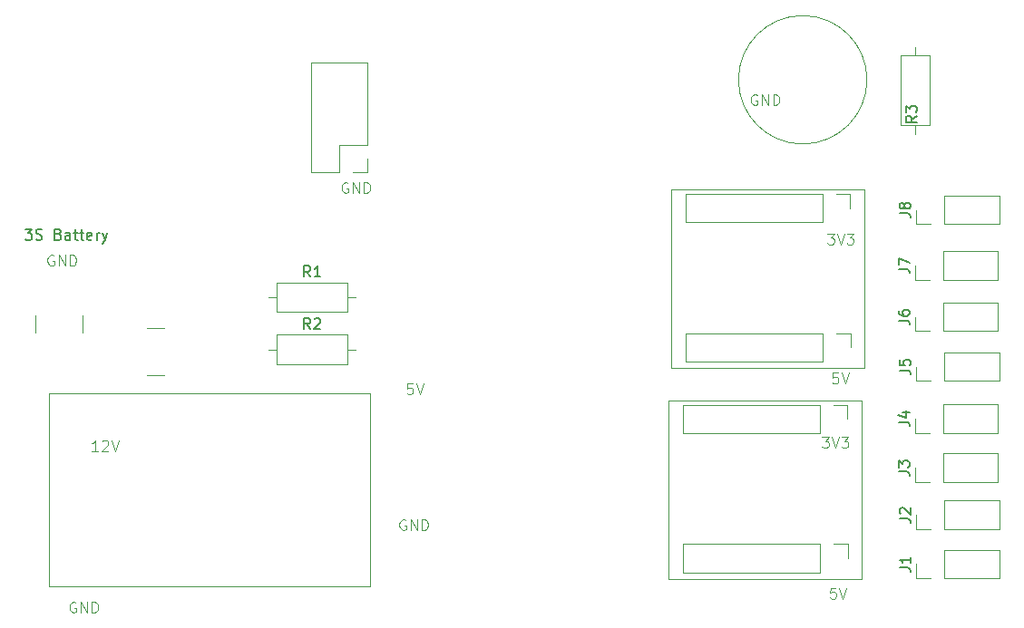
<source format=gbr>
%TF.GenerationSoftware,KiCad,Pcbnew,8.0.2*%
%TF.CreationDate,2024-06-16T11:32:46+08:00*%
%TF.ProjectId,receiver,72656365-6976-4657-922e-6b696361645f,rev?*%
%TF.SameCoordinates,Original*%
%TF.FileFunction,Legend,Top*%
%TF.FilePolarity,Positive*%
%FSLAX46Y46*%
G04 Gerber Fmt 4.6, Leading zero omitted, Abs format (unit mm)*
G04 Created by KiCad (PCBNEW 8.0.2) date 2024-06-16 11:32:46*
%MOMM*%
%LPD*%
G01*
G04 APERTURE LIST*
%ADD10C,0.100000*%
%ADD11C,0.150000*%
%ADD12C,0.120000*%
G04 APERTURE END LIST*
D10*
X176580074Y-124972419D02*
X176103884Y-124972419D01*
X176103884Y-124972419D02*
X176056265Y-125448609D01*
X176056265Y-125448609D02*
X176103884Y-125400990D01*
X176103884Y-125400990D02*
X176199122Y-125353371D01*
X176199122Y-125353371D02*
X176437217Y-125353371D01*
X176437217Y-125353371D02*
X176532455Y-125400990D01*
X176532455Y-125400990D02*
X176580074Y-125448609D01*
X176580074Y-125448609D02*
X176627693Y-125543847D01*
X176627693Y-125543847D02*
X176627693Y-125781942D01*
X176627693Y-125781942D02*
X176580074Y-125877180D01*
X176580074Y-125877180D02*
X176532455Y-125924800D01*
X176532455Y-125924800D02*
X176437217Y-125972419D01*
X176437217Y-125972419D02*
X176199122Y-125972419D01*
X176199122Y-125972419D02*
X176103884Y-125924800D01*
X176103884Y-125924800D02*
X176056265Y-125877180D01*
X176913408Y-124972419D02*
X177246741Y-125972419D01*
X177246741Y-125972419D02*
X177580074Y-124972419D01*
X103577693Y-93920038D02*
X103482455Y-93872419D01*
X103482455Y-93872419D02*
X103339598Y-93872419D01*
X103339598Y-93872419D02*
X103196741Y-93920038D01*
X103196741Y-93920038D02*
X103101503Y-94015276D01*
X103101503Y-94015276D02*
X103053884Y-94110514D01*
X103053884Y-94110514D02*
X103006265Y-94300990D01*
X103006265Y-94300990D02*
X103006265Y-94443847D01*
X103006265Y-94443847D02*
X103053884Y-94634323D01*
X103053884Y-94634323D02*
X103101503Y-94729561D01*
X103101503Y-94729561D02*
X103196741Y-94824800D01*
X103196741Y-94824800D02*
X103339598Y-94872419D01*
X103339598Y-94872419D02*
X103434836Y-94872419D01*
X103434836Y-94872419D02*
X103577693Y-94824800D01*
X103577693Y-94824800D02*
X103625312Y-94777180D01*
X103625312Y-94777180D02*
X103625312Y-94443847D01*
X103625312Y-94443847D02*
X103434836Y-94443847D01*
X104053884Y-94872419D02*
X104053884Y-93872419D01*
X104053884Y-93872419D02*
X104625312Y-94872419D01*
X104625312Y-94872419D02*
X104625312Y-93872419D01*
X105101503Y-94872419D02*
X105101503Y-93872419D01*
X105101503Y-93872419D02*
X105339598Y-93872419D01*
X105339598Y-93872419D02*
X105482455Y-93920038D01*
X105482455Y-93920038D02*
X105577693Y-94015276D01*
X105577693Y-94015276D02*
X105625312Y-94110514D01*
X105625312Y-94110514D02*
X105672931Y-94300990D01*
X105672931Y-94300990D02*
X105672931Y-94443847D01*
X105672931Y-94443847D02*
X105625312Y-94634323D01*
X105625312Y-94634323D02*
X105577693Y-94729561D01*
X105577693Y-94729561D02*
X105482455Y-94824800D01*
X105482455Y-94824800D02*
X105339598Y-94872419D01*
X105339598Y-94872419D02*
X105101503Y-94872419D01*
X175308646Y-110872419D02*
X175927693Y-110872419D01*
X175927693Y-110872419D02*
X175594360Y-111253371D01*
X175594360Y-111253371D02*
X175737217Y-111253371D01*
X175737217Y-111253371D02*
X175832455Y-111300990D01*
X175832455Y-111300990D02*
X175880074Y-111348609D01*
X175880074Y-111348609D02*
X175927693Y-111443847D01*
X175927693Y-111443847D02*
X175927693Y-111681942D01*
X175927693Y-111681942D02*
X175880074Y-111777180D01*
X175880074Y-111777180D02*
X175832455Y-111824800D01*
X175832455Y-111824800D02*
X175737217Y-111872419D01*
X175737217Y-111872419D02*
X175451503Y-111872419D01*
X175451503Y-111872419D02*
X175356265Y-111824800D01*
X175356265Y-111824800D02*
X175308646Y-111777180D01*
X176213408Y-110872419D02*
X176546741Y-111872419D01*
X176546741Y-111872419D02*
X176880074Y-110872419D01*
X177118170Y-110872419D02*
X177737217Y-110872419D01*
X177737217Y-110872419D02*
X177403884Y-111253371D01*
X177403884Y-111253371D02*
X177546741Y-111253371D01*
X177546741Y-111253371D02*
X177641979Y-111300990D01*
X177641979Y-111300990D02*
X177689598Y-111348609D01*
X177689598Y-111348609D02*
X177737217Y-111443847D01*
X177737217Y-111443847D02*
X177737217Y-111681942D01*
X177737217Y-111681942D02*
X177689598Y-111777180D01*
X177689598Y-111777180D02*
X177641979Y-111824800D01*
X177641979Y-111824800D02*
X177546741Y-111872419D01*
X177546741Y-111872419D02*
X177261027Y-111872419D01*
X177261027Y-111872419D02*
X177165789Y-111824800D01*
X177165789Y-111824800D02*
X177118170Y-111777180D01*
X137080074Y-105872419D02*
X136603884Y-105872419D01*
X136603884Y-105872419D02*
X136556265Y-106348609D01*
X136556265Y-106348609D02*
X136603884Y-106300990D01*
X136603884Y-106300990D02*
X136699122Y-106253371D01*
X136699122Y-106253371D02*
X136937217Y-106253371D01*
X136937217Y-106253371D02*
X137032455Y-106300990D01*
X137032455Y-106300990D02*
X137080074Y-106348609D01*
X137080074Y-106348609D02*
X137127693Y-106443847D01*
X137127693Y-106443847D02*
X137127693Y-106681942D01*
X137127693Y-106681942D02*
X137080074Y-106777180D01*
X137080074Y-106777180D02*
X137032455Y-106824800D01*
X137032455Y-106824800D02*
X136937217Y-106872419D01*
X136937217Y-106872419D02*
X136699122Y-106872419D01*
X136699122Y-106872419D02*
X136603884Y-106824800D01*
X136603884Y-106824800D02*
X136556265Y-106777180D01*
X137413408Y-105872419D02*
X137746741Y-106872419D01*
X137746741Y-106872419D02*
X138080074Y-105872419D01*
X175808646Y-91872419D02*
X176427693Y-91872419D01*
X176427693Y-91872419D02*
X176094360Y-92253371D01*
X176094360Y-92253371D02*
X176237217Y-92253371D01*
X176237217Y-92253371D02*
X176332455Y-92300990D01*
X176332455Y-92300990D02*
X176380074Y-92348609D01*
X176380074Y-92348609D02*
X176427693Y-92443847D01*
X176427693Y-92443847D02*
X176427693Y-92681942D01*
X176427693Y-92681942D02*
X176380074Y-92777180D01*
X176380074Y-92777180D02*
X176332455Y-92824800D01*
X176332455Y-92824800D02*
X176237217Y-92872419D01*
X176237217Y-92872419D02*
X175951503Y-92872419D01*
X175951503Y-92872419D02*
X175856265Y-92824800D01*
X175856265Y-92824800D02*
X175808646Y-92777180D01*
X176713408Y-91872419D02*
X177046741Y-92872419D01*
X177046741Y-92872419D02*
X177380074Y-91872419D01*
X177618170Y-91872419D02*
X178237217Y-91872419D01*
X178237217Y-91872419D02*
X177903884Y-92253371D01*
X177903884Y-92253371D02*
X178046741Y-92253371D01*
X178046741Y-92253371D02*
X178141979Y-92300990D01*
X178141979Y-92300990D02*
X178189598Y-92348609D01*
X178189598Y-92348609D02*
X178237217Y-92443847D01*
X178237217Y-92443847D02*
X178237217Y-92681942D01*
X178237217Y-92681942D02*
X178189598Y-92777180D01*
X178189598Y-92777180D02*
X178141979Y-92824800D01*
X178141979Y-92824800D02*
X178046741Y-92872419D01*
X178046741Y-92872419D02*
X177761027Y-92872419D01*
X177761027Y-92872419D02*
X177665789Y-92824800D01*
X177665789Y-92824800D02*
X177618170Y-92777180D01*
X169227693Y-78920038D02*
X169132455Y-78872419D01*
X169132455Y-78872419D02*
X168989598Y-78872419D01*
X168989598Y-78872419D02*
X168846741Y-78920038D01*
X168846741Y-78920038D02*
X168751503Y-79015276D01*
X168751503Y-79015276D02*
X168703884Y-79110514D01*
X168703884Y-79110514D02*
X168656265Y-79300990D01*
X168656265Y-79300990D02*
X168656265Y-79443847D01*
X168656265Y-79443847D02*
X168703884Y-79634323D01*
X168703884Y-79634323D02*
X168751503Y-79729561D01*
X168751503Y-79729561D02*
X168846741Y-79824800D01*
X168846741Y-79824800D02*
X168989598Y-79872419D01*
X168989598Y-79872419D02*
X169084836Y-79872419D01*
X169084836Y-79872419D02*
X169227693Y-79824800D01*
X169227693Y-79824800D02*
X169275312Y-79777180D01*
X169275312Y-79777180D02*
X169275312Y-79443847D01*
X169275312Y-79443847D02*
X169084836Y-79443847D01*
X169703884Y-79872419D02*
X169703884Y-78872419D01*
X169703884Y-78872419D02*
X170275312Y-79872419D01*
X170275312Y-79872419D02*
X170275312Y-78872419D01*
X170751503Y-79872419D02*
X170751503Y-78872419D01*
X170751503Y-78872419D02*
X170989598Y-78872419D01*
X170989598Y-78872419D02*
X171132455Y-78920038D01*
X171132455Y-78920038D02*
X171227693Y-79015276D01*
X171227693Y-79015276D02*
X171275312Y-79110514D01*
X171275312Y-79110514D02*
X171322931Y-79300990D01*
X171322931Y-79300990D02*
X171322931Y-79443847D01*
X171322931Y-79443847D02*
X171275312Y-79634323D01*
X171275312Y-79634323D02*
X171227693Y-79729561D01*
X171227693Y-79729561D02*
X171132455Y-79824800D01*
X171132455Y-79824800D02*
X170989598Y-79872419D01*
X170989598Y-79872419D02*
X170751503Y-79872419D01*
X176780074Y-104872419D02*
X176303884Y-104872419D01*
X176303884Y-104872419D02*
X176256265Y-105348609D01*
X176256265Y-105348609D02*
X176303884Y-105300990D01*
X176303884Y-105300990D02*
X176399122Y-105253371D01*
X176399122Y-105253371D02*
X176637217Y-105253371D01*
X176637217Y-105253371D02*
X176732455Y-105300990D01*
X176732455Y-105300990D02*
X176780074Y-105348609D01*
X176780074Y-105348609D02*
X176827693Y-105443847D01*
X176827693Y-105443847D02*
X176827693Y-105681942D01*
X176827693Y-105681942D02*
X176780074Y-105777180D01*
X176780074Y-105777180D02*
X176732455Y-105824800D01*
X176732455Y-105824800D02*
X176637217Y-105872419D01*
X176637217Y-105872419D02*
X176399122Y-105872419D01*
X176399122Y-105872419D02*
X176303884Y-105824800D01*
X176303884Y-105824800D02*
X176256265Y-105777180D01*
X177113408Y-104872419D02*
X177446741Y-105872419D01*
X177446741Y-105872419D02*
X177780074Y-104872419D01*
X131027693Y-87120038D02*
X130932455Y-87072419D01*
X130932455Y-87072419D02*
X130789598Y-87072419D01*
X130789598Y-87072419D02*
X130646741Y-87120038D01*
X130646741Y-87120038D02*
X130551503Y-87215276D01*
X130551503Y-87215276D02*
X130503884Y-87310514D01*
X130503884Y-87310514D02*
X130456265Y-87500990D01*
X130456265Y-87500990D02*
X130456265Y-87643847D01*
X130456265Y-87643847D02*
X130503884Y-87834323D01*
X130503884Y-87834323D02*
X130551503Y-87929561D01*
X130551503Y-87929561D02*
X130646741Y-88024800D01*
X130646741Y-88024800D02*
X130789598Y-88072419D01*
X130789598Y-88072419D02*
X130884836Y-88072419D01*
X130884836Y-88072419D02*
X131027693Y-88024800D01*
X131027693Y-88024800D02*
X131075312Y-87977180D01*
X131075312Y-87977180D02*
X131075312Y-87643847D01*
X131075312Y-87643847D02*
X130884836Y-87643847D01*
X131503884Y-88072419D02*
X131503884Y-87072419D01*
X131503884Y-87072419D02*
X132075312Y-88072419D01*
X132075312Y-88072419D02*
X132075312Y-87072419D01*
X132551503Y-88072419D02*
X132551503Y-87072419D01*
X132551503Y-87072419D02*
X132789598Y-87072419D01*
X132789598Y-87072419D02*
X132932455Y-87120038D01*
X132932455Y-87120038D02*
X133027693Y-87215276D01*
X133027693Y-87215276D02*
X133075312Y-87310514D01*
X133075312Y-87310514D02*
X133122931Y-87500990D01*
X133122931Y-87500990D02*
X133122931Y-87643847D01*
X133122931Y-87643847D02*
X133075312Y-87834323D01*
X133075312Y-87834323D02*
X133027693Y-87929561D01*
X133027693Y-87929561D02*
X132932455Y-88024800D01*
X132932455Y-88024800D02*
X132789598Y-88072419D01*
X132789598Y-88072419D02*
X132551503Y-88072419D01*
X105627693Y-126320038D02*
X105532455Y-126272419D01*
X105532455Y-126272419D02*
X105389598Y-126272419D01*
X105389598Y-126272419D02*
X105246741Y-126320038D01*
X105246741Y-126320038D02*
X105151503Y-126415276D01*
X105151503Y-126415276D02*
X105103884Y-126510514D01*
X105103884Y-126510514D02*
X105056265Y-126700990D01*
X105056265Y-126700990D02*
X105056265Y-126843847D01*
X105056265Y-126843847D02*
X105103884Y-127034323D01*
X105103884Y-127034323D02*
X105151503Y-127129561D01*
X105151503Y-127129561D02*
X105246741Y-127224800D01*
X105246741Y-127224800D02*
X105389598Y-127272419D01*
X105389598Y-127272419D02*
X105484836Y-127272419D01*
X105484836Y-127272419D02*
X105627693Y-127224800D01*
X105627693Y-127224800D02*
X105675312Y-127177180D01*
X105675312Y-127177180D02*
X105675312Y-126843847D01*
X105675312Y-126843847D02*
X105484836Y-126843847D01*
X106103884Y-127272419D02*
X106103884Y-126272419D01*
X106103884Y-126272419D02*
X106675312Y-127272419D01*
X106675312Y-127272419D02*
X106675312Y-126272419D01*
X107151503Y-127272419D02*
X107151503Y-126272419D01*
X107151503Y-126272419D02*
X107389598Y-126272419D01*
X107389598Y-126272419D02*
X107532455Y-126320038D01*
X107532455Y-126320038D02*
X107627693Y-126415276D01*
X107627693Y-126415276D02*
X107675312Y-126510514D01*
X107675312Y-126510514D02*
X107722931Y-126700990D01*
X107722931Y-126700990D02*
X107722931Y-126843847D01*
X107722931Y-126843847D02*
X107675312Y-127034323D01*
X107675312Y-127034323D02*
X107627693Y-127129561D01*
X107627693Y-127129561D02*
X107532455Y-127224800D01*
X107532455Y-127224800D02*
X107389598Y-127272419D01*
X107389598Y-127272419D02*
X107151503Y-127272419D01*
X136427693Y-118620038D02*
X136332455Y-118572419D01*
X136332455Y-118572419D02*
X136189598Y-118572419D01*
X136189598Y-118572419D02*
X136046741Y-118620038D01*
X136046741Y-118620038D02*
X135951503Y-118715276D01*
X135951503Y-118715276D02*
X135903884Y-118810514D01*
X135903884Y-118810514D02*
X135856265Y-119000990D01*
X135856265Y-119000990D02*
X135856265Y-119143847D01*
X135856265Y-119143847D02*
X135903884Y-119334323D01*
X135903884Y-119334323D02*
X135951503Y-119429561D01*
X135951503Y-119429561D02*
X136046741Y-119524800D01*
X136046741Y-119524800D02*
X136189598Y-119572419D01*
X136189598Y-119572419D02*
X136284836Y-119572419D01*
X136284836Y-119572419D02*
X136427693Y-119524800D01*
X136427693Y-119524800D02*
X136475312Y-119477180D01*
X136475312Y-119477180D02*
X136475312Y-119143847D01*
X136475312Y-119143847D02*
X136284836Y-119143847D01*
X136903884Y-119572419D02*
X136903884Y-118572419D01*
X136903884Y-118572419D02*
X137475312Y-119572419D01*
X137475312Y-119572419D02*
X137475312Y-118572419D01*
X137951503Y-119572419D02*
X137951503Y-118572419D01*
X137951503Y-118572419D02*
X138189598Y-118572419D01*
X138189598Y-118572419D02*
X138332455Y-118620038D01*
X138332455Y-118620038D02*
X138427693Y-118715276D01*
X138427693Y-118715276D02*
X138475312Y-118810514D01*
X138475312Y-118810514D02*
X138522931Y-119000990D01*
X138522931Y-119000990D02*
X138522931Y-119143847D01*
X138522931Y-119143847D02*
X138475312Y-119334323D01*
X138475312Y-119334323D02*
X138427693Y-119429561D01*
X138427693Y-119429561D02*
X138332455Y-119524800D01*
X138332455Y-119524800D02*
X138189598Y-119572419D01*
X138189598Y-119572419D02*
X137951503Y-119572419D01*
X107727693Y-112172419D02*
X107156265Y-112172419D01*
X107441979Y-112172419D02*
X107441979Y-111172419D01*
X107441979Y-111172419D02*
X107346741Y-111315276D01*
X107346741Y-111315276D02*
X107251503Y-111410514D01*
X107251503Y-111410514D02*
X107156265Y-111458133D01*
X108108646Y-111267657D02*
X108156265Y-111220038D01*
X108156265Y-111220038D02*
X108251503Y-111172419D01*
X108251503Y-111172419D02*
X108489598Y-111172419D01*
X108489598Y-111172419D02*
X108584836Y-111220038D01*
X108584836Y-111220038D02*
X108632455Y-111267657D01*
X108632455Y-111267657D02*
X108680074Y-111362895D01*
X108680074Y-111362895D02*
X108680074Y-111458133D01*
X108680074Y-111458133D02*
X108632455Y-111600990D01*
X108632455Y-111600990D02*
X108061027Y-112172419D01*
X108061027Y-112172419D02*
X108680074Y-112172419D01*
X108965789Y-111172419D02*
X109299122Y-112172419D01*
X109299122Y-112172419D02*
X109632455Y-111172419D01*
D11*
X182544819Y-118483333D02*
X183259104Y-118483333D01*
X183259104Y-118483333D02*
X183401961Y-118530952D01*
X183401961Y-118530952D02*
X183497200Y-118626190D01*
X183497200Y-118626190D02*
X183544819Y-118769047D01*
X183544819Y-118769047D02*
X183544819Y-118864285D01*
X182640057Y-118054761D02*
X182592438Y-118007142D01*
X182592438Y-118007142D02*
X182544819Y-117911904D01*
X182544819Y-117911904D02*
X182544819Y-117673809D01*
X182544819Y-117673809D02*
X182592438Y-117578571D01*
X182592438Y-117578571D02*
X182640057Y-117530952D01*
X182640057Y-117530952D02*
X182735295Y-117483333D01*
X182735295Y-117483333D02*
X182830533Y-117483333D01*
X182830533Y-117483333D02*
X182973390Y-117530952D01*
X182973390Y-117530952D02*
X183544819Y-118102380D01*
X183544819Y-118102380D02*
X183544819Y-117483333D01*
X127533333Y-100784819D02*
X127200000Y-100308628D01*
X126961905Y-100784819D02*
X126961905Y-99784819D01*
X126961905Y-99784819D02*
X127342857Y-99784819D01*
X127342857Y-99784819D02*
X127438095Y-99832438D01*
X127438095Y-99832438D02*
X127485714Y-99880057D01*
X127485714Y-99880057D02*
X127533333Y-99975295D01*
X127533333Y-99975295D02*
X127533333Y-100118152D01*
X127533333Y-100118152D02*
X127485714Y-100213390D01*
X127485714Y-100213390D02*
X127438095Y-100261009D01*
X127438095Y-100261009D02*
X127342857Y-100308628D01*
X127342857Y-100308628D02*
X126961905Y-100308628D01*
X127914286Y-99880057D02*
X127961905Y-99832438D01*
X127961905Y-99832438D02*
X128057143Y-99784819D01*
X128057143Y-99784819D02*
X128295238Y-99784819D01*
X128295238Y-99784819D02*
X128390476Y-99832438D01*
X128390476Y-99832438D02*
X128438095Y-99880057D01*
X128438095Y-99880057D02*
X128485714Y-99975295D01*
X128485714Y-99975295D02*
X128485714Y-100070533D01*
X128485714Y-100070533D02*
X128438095Y-100213390D01*
X128438095Y-100213390D02*
X127866667Y-100784819D01*
X127866667Y-100784819D02*
X128485714Y-100784819D01*
X182544819Y-89983333D02*
X183259104Y-89983333D01*
X183259104Y-89983333D02*
X183401961Y-90030952D01*
X183401961Y-90030952D02*
X183497200Y-90126190D01*
X183497200Y-90126190D02*
X183544819Y-90269047D01*
X183544819Y-90269047D02*
X183544819Y-90364285D01*
X182973390Y-89364285D02*
X182925771Y-89459523D01*
X182925771Y-89459523D02*
X182878152Y-89507142D01*
X182878152Y-89507142D02*
X182782914Y-89554761D01*
X182782914Y-89554761D02*
X182735295Y-89554761D01*
X182735295Y-89554761D02*
X182640057Y-89507142D01*
X182640057Y-89507142D02*
X182592438Y-89459523D01*
X182592438Y-89459523D02*
X182544819Y-89364285D01*
X182544819Y-89364285D02*
X182544819Y-89173809D01*
X182544819Y-89173809D02*
X182592438Y-89078571D01*
X182592438Y-89078571D02*
X182640057Y-89030952D01*
X182640057Y-89030952D02*
X182735295Y-88983333D01*
X182735295Y-88983333D02*
X182782914Y-88983333D01*
X182782914Y-88983333D02*
X182878152Y-89030952D01*
X182878152Y-89030952D02*
X182925771Y-89078571D01*
X182925771Y-89078571D02*
X182973390Y-89173809D01*
X182973390Y-89173809D02*
X182973390Y-89364285D01*
X182973390Y-89364285D02*
X183021009Y-89459523D01*
X183021009Y-89459523D02*
X183068628Y-89507142D01*
X183068628Y-89507142D02*
X183163866Y-89554761D01*
X183163866Y-89554761D02*
X183354342Y-89554761D01*
X183354342Y-89554761D02*
X183449580Y-89507142D01*
X183449580Y-89507142D02*
X183497200Y-89459523D01*
X183497200Y-89459523D02*
X183544819Y-89364285D01*
X183544819Y-89364285D02*
X183544819Y-89173809D01*
X183544819Y-89173809D02*
X183497200Y-89078571D01*
X183497200Y-89078571D02*
X183449580Y-89030952D01*
X183449580Y-89030952D02*
X183354342Y-88983333D01*
X183354342Y-88983333D02*
X183163866Y-88983333D01*
X183163866Y-88983333D02*
X183068628Y-89030952D01*
X183068628Y-89030952D02*
X183021009Y-89078571D01*
X183021009Y-89078571D02*
X182973390Y-89173809D01*
X127533333Y-95884819D02*
X127200000Y-95408628D01*
X126961905Y-95884819D02*
X126961905Y-94884819D01*
X126961905Y-94884819D02*
X127342857Y-94884819D01*
X127342857Y-94884819D02*
X127438095Y-94932438D01*
X127438095Y-94932438D02*
X127485714Y-94980057D01*
X127485714Y-94980057D02*
X127533333Y-95075295D01*
X127533333Y-95075295D02*
X127533333Y-95218152D01*
X127533333Y-95218152D02*
X127485714Y-95313390D01*
X127485714Y-95313390D02*
X127438095Y-95361009D01*
X127438095Y-95361009D02*
X127342857Y-95408628D01*
X127342857Y-95408628D02*
X126961905Y-95408628D01*
X128485714Y-95884819D02*
X127914286Y-95884819D01*
X128200000Y-95884819D02*
X128200000Y-94884819D01*
X128200000Y-94884819D02*
X128104762Y-95027676D01*
X128104762Y-95027676D02*
X128009524Y-95122914D01*
X128009524Y-95122914D02*
X127914286Y-95170533D01*
X182444819Y-99983333D02*
X183159104Y-99983333D01*
X183159104Y-99983333D02*
X183301961Y-100030952D01*
X183301961Y-100030952D02*
X183397200Y-100126190D01*
X183397200Y-100126190D02*
X183444819Y-100269047D01*
X183444819Y-100269047D02*
X183444819Y-100364285D01*
X182444819Y-99078571D02*
X182444819Y-99269047D01*
X182444819Y-99269047D02*
X182492438Y-99364285D01*
X182492438Y-99364285D02*
X182540057Y-99411904D01*
X182540057Y-99411904D02*
X182682914Y-99507142D01*
X182682914Y-99507142D02*
X182873390Y-99554761D01*
X182873390Y-99554761D02*
X183254342Y-99554761D01*
X183254342Y-99554761D02*
X183349580Y-99507142D01*
X183349580Y-99507142D02*
X183397200Y-99459523D01*
X183397200Y-99459523D02*
X183444819Y-99364285D01*
X183444819Y-99364285D02*
X183444819Y-99173809D01*
X183444819Y-99173809D02*
X183397200Y-99078571D01*
X183397200Y-99078571D02*
X183349580Y-99030952D01*
X183349580Y-99030952D02*
X183254342Y-98983333D01*
X183254342Y-98983333D02*
X183016247Y-98983333D01*
X183016247Y-98983333D02*
X182921009Y-99030952D01*
X182921009Y-99030952D02*
X182873390Y-99078571D01*
X182873390Y-99078571D02*
X182825771Y-99173809D01*
X182825771Y-99173809D02*
X182825771Y-99364285D01*
X182825771Y-99364285D02*
X182873390Y-99459523D01*
X182873390Y-99459523D02*
X182921009Y-99507142D01*
X182921009Y-99507142D02*
X183016247Y-99554761D01*
X182544819Y-104633333D02*
X183259104Y-104633333D01*
X183259104Y-104633333D02*
X183401961Y-104680952D01*
X183401961Y-104680952D02*
X183497200Y-104776190D01*
X183497200Y-104776190D02*
X183544819Y-104919047D01*
X183544819Y-104919047D02*
X183544819Y-105014285D01*
X182544819Y-103680952D02*
X182544819Y-104157142D01*
X182544819Y-104157142D02*
X183021009Y-104204761D01*
X183021009Y-104204761D02*
X182973390Y-104157142D01*
X182973390Y-104157142D02*
X182925771Y-104061904D01*
X182925771Y-104061904D02*
X182925771Y-103823809D01*
X182925771Y-103823809D02*
X182973390Y-103728571D01*
X182973390Y-103728571D02*
X183021009Y-103680952D01*
X183021009Y-103680952D02*
X183116247Y-103633333D01*
X183116247Y-103633333D02*
X183354342Y-103633333D01*
X183354342Y-103633333D02*
X183449580Y-103680952D01*
X183449580Y-103680952D02*
X183497200Y-103728571D01*
X183497200Y-103728571D02*
X183544819Y-103823809D01*
X183544819Y-103823809D02*
X183544819Y-104061904D01*
X183544819Y-104061904D02*
X183497200Y-104157142D01*
X183497200Y-104157142D02*
X183449580Y-104204761D01*
X100916666Y-91454819D02*
X101535713Y-91454819D01*
X101535713Y-91454819D02*
X101202380Y-91835771D01*
X101202380Y-91835771D02*
X101345237Y-91835771D01*
X101345237Y-91835771D02*
X101440475Y-91883390D01*
X101440475Y-91883390D02*
X101488094Y-91931009D01*
X101488094Y-91931009D02*
X101535713Y-92026247D01*
X101535713Y-92026247D02*
X101535713Y-92264342D01*
X101535713Y-92264342D02*
X101488094Y-92359580D01*
X101488094Y-92359580D02*
X101440475Y-92407200D01*
X101440475Y-92407200D02*
X101345237Y-92454819D01*
X101345237Y-92454819D02*
X101059523Y-92454819D01*
X101059523Y-92454819D02*
X100964285Y-92407200D01*
X100964285Y-92407200D02*
X100916666Y-92359580D01*
X101916666Y-92407200D02*
X102059523Y-92454819D01*
X102059523Y-92454819D02*
X102297618Y-92454819D01*
X102297618Y-92454819D02*
X102392856Y-92407200D01*
X102392856Y-92407200D02*
X102440475Y-92359580D01*
X102440475Y-92359580D02*
X102488094Y-92264342D01*
X102488094Y-92264342D02*
X102488094Y-92169104D01*
X102488094Y-92169104D02*
X102440475Y-92073866D01*
X102440475Y-92073866D02*
X102392856Y-92026247D01*
X102392856Y-92026247D02*
X102297618Y-91978628D01*
X102297618Y-91978628D02*
X102107142Y-91931009D01*
X102107142Y-91931009D02*
X102011904Y-91883390D01*
X102011904Y-91883390D02*
X101964285Y-91835771D01*
X101964285Y-91835771D02*
X101916666Y-91740533D01*
X101916666Y-91740533D02*
X101916666Y-91645295D01*
X101916666Y-91645295D02*
X101964285Y-91550057D01*
X101964285Y-91550057D02*
X102011904Y-91502438D01*
X102011904Y-91502438D02*
X102107142Y-91454819D01*
X102107142Y-91454819D02*
X102345237Y-91454819D01*
X102345237Y-91454819D02*
X102488094Y-91502438D01*
X104011904Y-91931009D02*
X104154761Y-91978628D01*
X104154761Y-91978628D02*
X104202380Y-92026247D01*
X104202380Y-92026247D02*
X104249999Y-92121485D01*
X104249999Y-92121485D02*
X104249999Y-92264342D01*
X104249999Y-92264342D02*
X104202380Y-92359580D01*
X104202380Y-92359580D02*
X104154761Y-92407200D01*
X104154761Y-92407200D02*
X104059523Y-92454819D01*
X104059523Y-92454819D02*
X103678571Y-92454819D01*
X103678571Y-92454819D02*
X103678571Y-91454819D01*
X103678571Y-91454819D02*
X104011904Y-91454819D01*
X104011904Y-91454819D02*
X104107142Y-91502438D01*
X104107142Y-91502438D02*
X104154761Y-91550057D01*
X104154761Y-91550057D02*
X104202380Y-91645295D01*
X104202380Y-91645295D02*
X104202380Y-91740533D01*
X104202380Y-91740533D02*
X104154761Y-91835771D01*
X104154761Y-91835771D02*
X104107142Y-91883390D01*
X104107142Y-91883390D02*
X104011904Y-91931009D01*
X104011904Y-91931009D02*
X103678571Y-91931009D01*
X105107142Y-92454819D02*
X105107142Y-91931009D01*
X105107142Y-91931009D02*
X105059523Y-91835771D01*
X105059523Y-91835771D02*
X104964285Y-91788152D01*
X104964285Y-91788152D02*
X104773809Y-91788152D01*
X104773809Y-91788152D02*
X104678571Y-91835771D01*
X105107142Y-92407200D02*
X105011904Y-92454819D01*
X105011904Y-92454819D02*
X104773809Y-92454819D01*
X104773809Y-92454819D02*
X104678571Y-92407200D01*
X104678571Y-92407200D02*
X104630952Y-92311961D01*
X104630952Y-92311961D02*
X104630952Y-92216723D01*
X104630952Y-92216723D02*
X104678571Y-92121485D01*
X104678571Y-92121485D02*
X104773809Y-92073866D01*
X104773809Y-92073866D02*
X105011904Y-92073866D01*
X105011904Y-92073866D02*
X105107142Y-92026247D01*
X105440476Y-91788152D02*
X105821428Y-91788152D01*
X105583333Y-91454819D02*
X105583333Y-92311961D01*
X105583333Y-92311961D02*
X105630952Y-92407200D01*
X105630952Y-92407200D02*
X105726190Y-92454819D01*
X105726190Y-92454819D02*
X105821428Y-92454819D01*
X106011905Y-91788152D02*
X106392857Y-91788152D01*
X106154762Y-91454819D02*
X106154762Y-92311961D01*
X106154762Y-92311961D02*
X106202381Y-92407200D01*
X106202381Y-92407200D02*
X106297619Y-92454819D01*
X106297619Y-92454819D02*
X106392857Y-92454819D01*
X107107143Y-92407200D02*
X107011905Y-92454819D01*
X107011905Y-92454819D02*
X106821429Y-92454819D01*
X106821429Y-92454819D02*
X106726191Y-92407200D01*
X106726191Y-92407200D02*
X106678572Y-92311961D01*
X106678572Y-92311961D02*
X106678572Y-91931009D01*
X106678572Y-91931009D02*
X106726191Y-91835771D01*
X106726191Y-91835771D02*
X106821429Y-91788152D01*
X106821429Y-91788152D02*
X107011905Y-91788152D01*
X107011905Y-91788152D02*
X107107143Y-91835771D01*
X107107143Y-91835771D02*
X107154762Y-91931009D01*
X107154762Y-91931009D02*
X107154762Y-92026247D01*
X107154762Y-92026247D02*
X106678572Y-92121485D01*
X107583334Y-92454819D02*
X107583334Y-91788152D01*
X107583334Y-91978628D02*
X107630953Y-91883390D01*
X107630953Y-91883390D02*
X107678572Y-91835771D01*
X107678572Y-91835771D02*
X107773810Y-91788152D01*
X107773810Y-91788152D02*
X107869048Y-91788152D01*
X108107144Y-91788152D02*
X108345239Y-92454819D01*
X108583334Y-91788152D02*
X108345239Y-92454819D01*
X108345239Y-92454819D02*
X108250001Y-92692914D01*
X108250001Y-92692914D02*
X108202382Y-92740533D01*
X108202382Y-92740533D02*
X108107144Y-92788152D01*
X182544819Y-123083333D02*
X183259104Y-123083333D01*
X183259104Y-123083333D02*
X183401961Y-123130952D01*
X183401961Y-123130952D02*
X183497200Y-123226190D01*
X183497200Y-123226190D02*
X183544819Y-123369047D01*
X183544819Y-123369047D02*
X183544819Y-123464285D01*
X183544819Y-122083333D02*
X183544819Y-122654761D01*
X183544819Y-122369047D02*
X182544819Y-122369047D01*
X182544819Y-122369047D02*
X182687676Y-122464285D01*
X182687676Y-122464285D02*
X182782914Y-122559523D01*
X182782914Y-122559523D02*
X182830533Y-122654761D01*
X182444819Y-114083333D02*
X183159104Y-114083333D01*
X183159104Y-114083333D02*
X183301961Y-114130952D01*
X183301961Y-114130952D02*
X183397200Y-114226190D01*
X183397200Y-114226190D02*
X183444819Y-114369047D01*
X183444819Y-114369047D02*
X183444819Y-114464285D01*
X182444819Y-113702380D02*
X182444819Y-113083333D01*
X182444819Y-113083333D02*
X182825771Y-113416666D01*
X182825771Y-113416666D02*
X182825771Y-113273809D01*
X182825771Y-113273809D02*
X182873390Y-113178571D01*
X182873390Y-113178571D02*
X182921009Y-113130952D01*
X182921009Y-113130952D02*
X183016247Y-113083333D01*
X183016247Y-113083333D02*
X183254342Y-113083333D01*
X183254342Y-113083333D02*
X183349580Y-113130952D01*
X183349580Y-113130952D02*
X183397200Y-113178571D01*
X183397200Y-113178571D02*
X183444819Y-113273809D01*
X183444819Y-113273809D02*
X183444819Y-113559523D01*
X183444819Y-113559523D02*
X183397200Y-113654761D01*
X183397200Y-113654761D02*
X183349580Y-113702380D01*
X182444819Y-109483333D02*
X183159104Y-109483333D01*
X183159104Y-109483333D02*
X183301961Y-109530952D01*
X183301961Y-109530952D02*
X183397200Y-109626190D01*
X183397200Y-109626190D02*
X183444819Y-109769047D01*
X183444819Y-109769047D02*
X183444819Y-109864285D01*
X182778152Y-108578571D02*
X183444819Y-108578571D01*
X182397200Y-108816666D02*
X183111485Y-109054761D01*
X183111485Y-109054761D02*
X183111485Y-108435714D01*
X182444819Y-95183333D02*
X183159104Y-95183333D01*
X183159104Y-95183333D02*
X183301961Y-95230952D01*
X183301961Y-95230952D02*
X183397200Y-95326190D01*
X183397200Y-95326190D02*
X183444819Y-95469047D01*
X183444819Y-95469047D02*
X183444819Y-95564285D01*
X182444819Y-94802380D02*
X182444819Y-94135714D01*
X182444819Y-94135714D02*
X183444819Y-94564285D01*
X184134819Y-80866666D02*
X183658628Y-81199999D01*
X184134819Y-81438094D02*
X183134819Y-81438094D01*
X183134819Y-81438094D02*
X183134819Y-81057142D01*
X183134819Y-81057142D02*
X183182438Y-80961904D01*
X183182438Y-80961904D02*
X183230057Y-80914285D01*
X183230057Y-80914285D02*
X183325295Y-80866666D01*
X183325295Y-80866666D02*
X183468152Y-80866666D01*
X183468152Y-80866666D02*
X183563390Y-80914285D01*
X183563390Y-80914285D02*
X183611009Y-80961904D01*
X183611009Y-80961904D02*
X183658628Y-81057142D01*
X183658628Y-81057142D02*
X183658628Y-81438094D01*
X183134819Y-80533332D02*
X183134819Y-79914285D01*
X183134819Y-79914285D02*
X183515771Y-80247618D01*
X183515771Y-80247618D02*
X183515771Y-80104761D01*
X183515771Y-80104761D02*
X183563390Y-80009523D01*
X183563390Y-80009523D02*
X183611009Y-79961904D01*
X183611009Y-79961904D02*
X183706247Y-79914285D01*
X183706247Y-79914285D02*
X183944342Y-79914285D01*
X183944342Y-79914285D02*
X184039580Y-79961904D01*
X184039580Y-79961904D02*
X184087200Y-80009523D01*
X184087200Y-80009523D02*
X184134819Y-80104761D01*
X184134819Y-80104761D02*
X184134819Y-80390475D01*
X184134819Y-80390475D02*
X184087200Y-80485713D01*
X184087200Y-80485713D02*
X184039580Y-80533332D01*
D12*
%TO.C,J2*%
X184090000Y-119480000D02*
X184090000Y-118150000D01*
X185420000Y-119480000D02*
X184090000Y-119480000D01*
X186690000Y-116820000D02*
X191830000Y-116820000D01*
X186690000Y-119480000D02*
X186690000Y-116820000D01*
X186690000Y-119480000D02*
X191830000Y-119480000D01*
X191830000Y-119480000D02*
X191830000Y-116820000D01*
%TO.C,SW1*%
X112302631Y-100690000D02*
X113897369Y-100690000D01*
X112302631Y-105110000D02*
X113897369Y-105110000D01*
%TO.C,R2*%
X123660000Y-102700000D02*
X124430000Y-102700000D01*
X124430000Y-101330000D02*
X124430000Y-104070000D01*
X124430000Y-104070000D02*
X130970000Y-104070000D01*
X130970000Y-101330000D02*
X124430000Y-101330000D01*
X130970000Y-104070000D02*
X130970000Y-101330000D01*
X131740000Y-102700000D02*
X130970000Y-102700000D01*
%TO.C,U5*%
X162320000Y-107870000D02*
X162320000Y-110530000D01*
X162340000Y-120870000D02*
X162340000Y-123530000D01*
X175080000Y-107870000D02*
X162320000Y-107870000D01*
X175080000Y-107870000D02*
X175080000Y-110530000D01*
X175080000Y-110530000D02*
X162320000Y-110530000D01*
X175100000Y-120870000D02*
X162340000Y-120870000D01*
X175100000Y-120870000D02*
X175100000Y-123530000D01*
X175100000Y-123530000D02*
X162340000Y-123530000D01*
X176350000Y-107870000D02*
X177680000Y-107870000D01*
X176370000Y-120870000D02*
X177700000Y-120870000D01*
X177680000Y-107870000D02*
X177680000Y-109200000D01*
X177700000Y-120870000D02*
X177700000Y-122200000D01*
D10*
X179000000Y-107450000D02*
X161000000Y-107450000D01*
X161000000Y-124150000D01*
X179000000Y-124150000D01*
X179000000Y-107450000D01*
%TO.C,BZ1*%
X179500000Y-77500000D02*
G75*
G02*
X167500000Y-77500000I-6000000J0D01*
G01*
X167500000Y-77500000D02*
G75*
G02*
X179500000Y-77500000I6000000J0D01*
G01*
D12*
%TO.C,J8*%
X184090000Y-90980000D02*
X184090000Y-89650000D01*
X185420000Y-90980000D02*
X184090000Y-90980000D01*
X186690000Y-88320000D02*
X191830000Y-88320000D01*
X186690000Y-90980000D02*
X186690000Y-88320000D01*
X186690000Y-90980000D02*
X191830000Y-90980000D01*
X191830000Y-90980000D02*
X191830000Y-88320000D01*
%TO.C,R1*%
X123660000Y-97800000D02*
X124430000Y-97800000D01*
X124430000Y-96430000D02*
X124430000Y-99170000D01*
X124430000Y-99170000D02*
X130970000Y-99170000D01*
X130970000Y-96430000D02*
X124430000Y-96430000D01*
X130970000Y-99170000D02*
X130970000Y-96430000D01*
X131740000Y-97800000D02*
X130970000Y-97800000D01*
%TO.C,J6*%
X183990000Y-100980000D02*
X183990000Y-99650000D01*
X185320000Y-100980000D02*
X183990000Y-100980000D01*
X186590000Y-98320000D02*
X191730000Y-98320000D01*
X186590000Y-100980000D02*
X186590000Y-98320000D01*
X186590000Y-100980000D02*
X191730000Y-100980000D01*
X191730000Y-100980000D02*
X191730000Y-98320000D01*
%TO.C,U7*%
X162570000Y-88170000D02*
X162570000Y-90830000D01*
X162590000Y-101170000D02*
X162590000Y-103830000D01*
X175330000Y-88170000D02*
X162570000Y-88170000D01*
X175330000Y-88170000D02*
X175330000Y-90830000D01*
X175330000Y-90830000D02*
X162570000Y-90830000D01*
X175350000Y-101170000D02*
X162590000Y-101170000D01*
X175350000Y-101170000D02*
X175350000Y-103830000D01*
X175350000Y-103830000D02*
X162590000Y-103830000D01*
X176600000Y-88170000D02*
X177930000Y-88170000D01*
X176620000Y-101170000D02*
X177950000Y-101170000D01*
X177930000Y-88170000D02*
X177930000Y-89500000D01*
X177950000Y-101170000D02*
X177950000Y-102500000D01*
D10*
X179250000Y-87750000D02*
X161250000Y-87750000D01*
X161250000Y-104450000D01*
X179250000Y-104450000D01*
X179250000Y-87750000D01*
D12*
%TO.C,J5*%
X184090000Y-105630000D02*
X184090000Y-104300000D01*
X185420000Y-105630000D02*
X184090000Y-105630000D01*
X186690000Y-102970000D02*
X191830000Y-102970000D01*
X186690000Y-105630000D02*
X186690000Y-102970000D01*
X186690000Y-105630000D02*
X191830000Y-105630000D01*
X191830000Y-105630000D02*
X191830000Y-102970000D01*
%TO.C,BT1*%
X101890000Y-101097369D02*
X101890000Y-99502631D01*
X106310000Y-101097369D02*
X106310000Y-99502631D01*
%TO.C,J1*%
X184090000Y-124080000D02*
X184090000Y-122750000D01*
X185420000Y-124080000D02*
X184090000Y-124080000D01*
X186690000Y-121420000D02*
X191830000Y-121420000D01*
X186690000Y-124080000D02*
X186690000Y-121420000D01*
X186690000Y-124080000D02*
X191830000Y-124080000D01*
X191830000Y-124080000D02*
X191830000Y-121420000D01*
%TO.C,J3*%
X183990000Y-115080000D02*
X183990000Y-113750000D01*
X185320000Y-115080000D02*
X183990000Y-115080000D01*
X186590000Y-112420000D02*
X191730000Y-112420000D01*
X186590000Y-115080000D02*
X186590000Y-112420000D01*
X186590000Y-115080000D02*
X191730000Y-115080000D01*
X191730000Y-115080000D02*
X191730000Y-112420000D01*
%TO.C,U1*%
D10*
X103100000Y-106800000D02*
X133100000Y-106800000D01*
X133100000Y-124800000D01*
X103100000Y-124800000D01*
X103100000Y-106800000D01*
D12*
%TO.C,J4*%
X183990000Y-110480000D02*
X183990000Y-109150000D01*
X185320000Y-110480000D02*
X183990000Y-110480000D01*
X186590000Y-107820000D02*
X191730000Y-107820000D01*
X186590000Y-110480000D02*
X186590000Y-107820000D01*
X186590000Y-110480000D02*
X191730000Y-110480000D01*
X191730000Y-110480000D02*
X191730000Y-107820000D01*
%TO.C,U6*%
X127630000Y-86160000D02*
X127630000Y-75880000D01*
X130230000Y-83560000D02*
X130230000Y-86160000D01*
X130230000Y-86160000D02*
X127630000Y-86160000D01*
X132830000Y-75880000D02*
X127630000Y-75880000D01*
X132830000Y-83560000D02*
X130230000Y-83560000D01*
X132830000Y-83560000D02*
X132830000Y-75880000D01*
X132830000Y-84830000D02*
X132830000Y-86160000D01*
X132830000Y-86160000D02*
X131500000Y-86160000D01*
%TO.C,J7*%
X183990000Y-96180000D02*
X183990000Y-94850000D01*
X185320000Y-96180000D02*
X183990000Y-96180000D01*
X186590000Y-93520000D02*
X191730000Y-93520000D01*
X186590000Y-96180000D02*
X186590000Y-93520000D01*
X186590000Y-96180000D02*
X191730000Y-96180000D01*
X191730000Y-96180000D02*
X191730000Y-93520000D01*
%TO.C,R3*%
X182630000Y-75230000D02*
X182630000Y-81770000D01*
X182630000Y-81770000D02*
X185370000Y-81770000D01*
X184000000Y-74460000D02*
X184000000Y-75230000D01*
X184000000Y-82540000D02*
X184000000Y-81770000D01*
X185370000Y-75230000D02*
X182630000Y-75230000D01*
X185370000Y-81770000D02*
X185370000Y-75230000D01*
%TD*%
M02*

</source>
